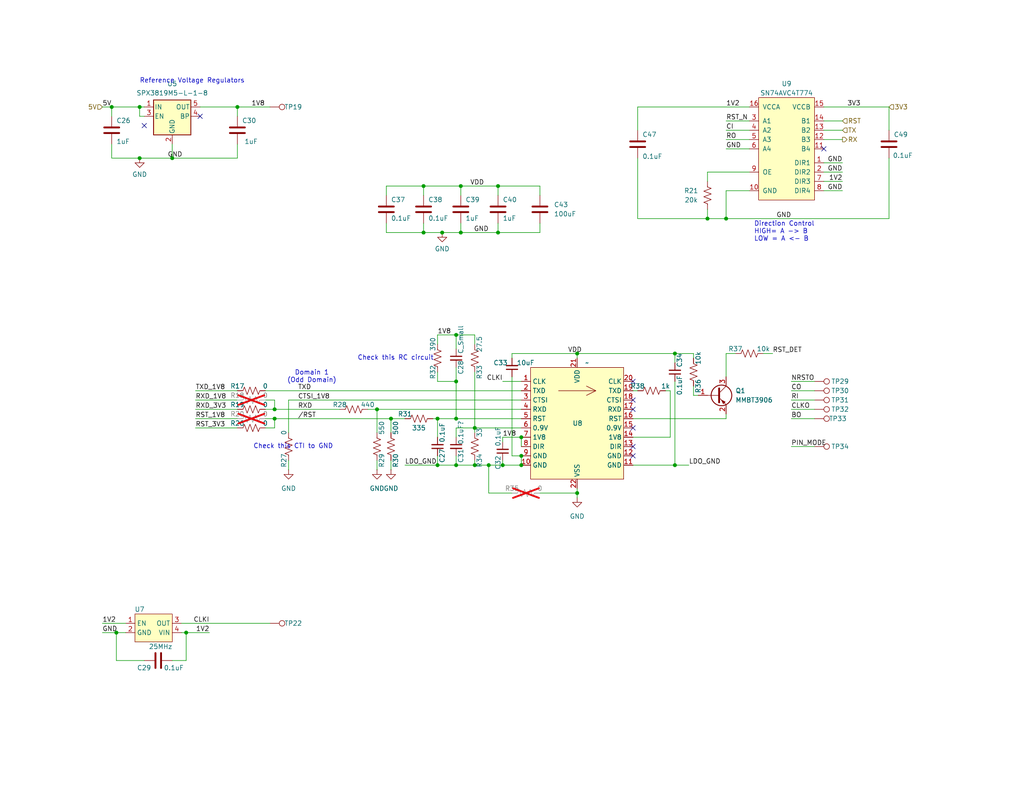
<source format=kicad_sch>
(kicad_sch (version 20250114) (generator "eeschema") (generator_version "9.0")
  (paper "A")
  (title_block (title "bitaxeGamma") (date "2024-09-26") (rev "601"))
  (lib_symbols
    (symbol "Connector:TestPoint" (pin_numbers (hide yes)) (pin_names (offset 0.762) (hide yes))
      (property "Reference" "TP" (at 0 6.858 0))
      (property "Value" "TestPoint" (at 0 5.08 0))
      (symbol "TestPoint_0_1"
        (circle (center 0 3.302) (radius 0.762))
      )
      (symbol "TestPoint_1_1"
        (pin passive line (at 0 0 90) (length 2.54) (name "1") (number "1"))
      )
    )
    (symbol "Device:C" (pin_numbers (hide yes)) (pin_names (offset 0.254))
      (property "Reference" "C" (at 0.635 2.54 0))
      (property "Value" "C" (at 0.635 -2.54 0))
      (symbol "C_0_1"
        (polyline (pts (xy -2.032 0.762) (xy 2.032 0.762)) (stroke (width 0.508)))
        (polyline (pts (xy -2.032 -0.762) (xy 2.032 -0.762)) (stroke (width 0.508)))
      )
      (symbol "C_1_1"
        (pin passive line (at 0 3.81 270) (length 2.794) (name "~") (number "1"))
        (pin passive line (at 0 -3.81 90) (length 2.794) (name "~") (number "2"))
      )
    )
    (symbol "Device:C_Small" (pin_numbers (hide yes)) (pin_names (offset 0.254) (hide yes))
      (property "Reference" "C" (at 0.254 1.778 0))
      (property "Value" "C_Small" (at 0.254 -2.032 0))
      (symbol "C_Small_0_1"
        (polyline (pts (xy -1.524 0.508) (xy 1.524 0.508)) (stroke (width 0.3048)))
        (polyline (pts (xy -1.524 -0.508) (xy 1.524 -0.508)) (stroke (width 0.3302)))
      )
      (symbol "C_Small_1_1"
        (pin passive line (at 0 2.54 270) (length 2.032) (name "~") (number "1"))
        (pin passive line (at 0 -2.54 90) (length 2.032) (name "~") (number "2"))
      )
    )
    (symbol "Device:R_US" (pin_numbers (hide yes)) (pin_names (offset 0))
      (property "Reference" "R" (at 2.54 0 90))
      (property "Value" "R_US" (at -2.54 0 90))
      (symbol "R_US_0_1"
        (polyline (pts (xy 0 2.286) (xy 0 2.54)))
        (polyline (pts (xy 0 2.286) (xy 1.016 1.905) (xy 0 1.524) (xy -1.016 1.143) (xy 0 0.762)))
        (polyline (pts (xy 0 0.762) (xy 1.016 0.381) (xy 0 0) (xy -1.016 -0.381) (xy 0 -0.762)))
        (polyline (pts (xy 0 -0.762) (xy 1.016 -1.143) (xy 0 -1.524) (xy -1.016 -1.905) (xy 0 -2.286)))
        (polyline (pts (xy 0 -2.286) (xy 0 -2.54)))
      )
      (symbol "R_US_1_1"
        (pin passive line (at 0 3.81 270) (length 1.27) (name "~") (number "1"))
        (pin passive line (at 0 -3.81 90) (length 1.27) (name "~") (number "2"))
      )
    )
    (symbol "Regulator_Linear:SPX3819M5-L-1-8" (pin_names (offset 0.254))
      (property "Reference" "U" (at -3.81 5.715 0))
      (property "Value" "SPX3819M5-L-1-8" (at 0 5.715 0))
      (symbol "SPX3819M5-L-1-8_0_1"
        (rectangle (start -5.08 4.445) (end 5.08 -5.08) (stroke (width 0.254)) (fill (type background)))
      )
      (symbol "SPX3819M5-L-1-8_1_1"
        (pin power_in line (at -7.62 2.54 0) (length 2.54) (name "IN") (number "1"))
        (pin input line (at -7.62 0 0) (length 2.54) (name "EN") (number "3"))
        (pin power_in line (at 0 -7.62 90) (length 2.54) (name "GND") (number "2"))
        (pin power_out line (at 7.62 2.54 180) (length 2.54) (name "OUT") (number "5"))
        (pin input line (at 7.62 0 180) (length 2.54) (name "BP") (number "4"))
      )
    )
    (symbol "Transistor_BJT:MMBT3906" (pin_names (offset 0) (hide yes))
      (property "Reference" "Q" (at 5.08 1.905 0))
      (property "Value" "MMBT3906" (at 5.08 0 0))
      (symbol "MMBT3906_0_1"
        (polyline (pts (xy -2.54 0) (xy 0.635 0)))
        (polyline (pts (xy 0.635 1.905) (xy 0.635 -1.905)) (stroke (width 0.508)))
        (polyline (pts (xy 0.635 0.635) (xy 2.54 2.54)))
        (polyline (pts (xy 0.635 -0.635) (xy 2.54 -2.54)))
        (circle (center 1.27 0) (radius 2.8194) (stroke (width 0.254)))
        (polyline (pts (xy 2.286 -1.778) (xy 1.778 -2.286) (xy 1.27 -1.27) (xy 2.286 -1.778)) (fill (type outline)))
      )
      (symbol "MMBT3906_1_1"
        (pin input line (at -5.08 0 0) (length 2.54) (name "B") (number "1"))
        (pin passive line (at 2.54 5.08 270) (length 2.54) (name "C") (number "3"))
        (pin passive line (at 2.54 -5.08 90) (length 2.54) (name "E") (number "2"))
      )
    )
    (symbol "bitaxe:KF1950_mode0"
      (property "Reference" "U" (at -1.016 0 0))
      (symbol "KF1950_mode0_0_1"
        (polyline (pts (xy -5.08 8.89) (xy 5.08 8.89)))
        (polyline (pts (xy 2.54 10.16) (xy 5.08 8.89)))
        (polyline (pts (xy 2.54 7.62) (xy 5.08 8.89)))
      )
      (symbol "KF1950_mode0_1_0"
        (pin input line (at -15.24 11.43 0) (length 2.54) (name "CLK") (number "1"))
        (pin output line (at -15.24 8.89 0) (length 2.54) (name "TXD") (number "2"))
        (pin input line (at -15.24 6.35 0) (length 2.54) (name "CTSI") (number "3"))
        (pin input line (at -15.24 3.81 0) (length 2.54) (name "RXD") (number "4"))
        (pin input line (at -15.24 1.27 0) (length 2.54) (name "RST") (number "5"))
        (pin bidirectional line (at -15.24 -1.27 0) (length 2.54) (name "0.9V") (number "6"))
        (pin bidirectional line (at -15.24 -3.81 0) (length 2.54) (name "1V8") (number "7"))
        (pin bidirectional line (at -15.24 -6.35 0) (length 2.54) (name "DIR") (number "8"))
        (pin bidirectional line (at -15.24 -8.89 0) (length 2.54) (name "GND") (number "9"))
        (pin bidirectional line (at -15.24 -11.43 0) (length 2.54) (name "GND") (number "10"))
        (pin bidirectional line (at 0 17.78 270) (length 2.54) (name "VDD") (number "21"))
        (pin bidirectional line (at 0 -17.78 90) (length 2.54) (name "VSS") (number "22"))
        (pin output line (at 15.24 11.43 180) (length 2.54) (name "CLK") (number "20"))
        (pin input line (at 15.24 8.89 180) (length 2.54) (name "TXD") (number "19"))
        (pin output line (at 15.24 6.35 180) (length 2.54) (name "CTSI") (number "18"))
        (pin output line (at 15.24 3.81 180) (length 2.54) (name "RXD") (number "17"))
        (pin output line (at 15.24 1.27 180) (length 2.54) (name "RST") (number "16"))
        (pin bidirectional line (at 15.24 -1.27 180) (length 2.54) (name "0.9V") (number "15"))
        (pin bidirectional line (at 15.24 -3.81 180) (length 2.54) (name "1V8") (number "14"))
        (pin bidirectional line (at 15.24 -6.35 180) (length 2.54) (name "DIR") (number "13"))
        (pin bidirectional line (at 15.24 -8.89 180) (length 2.54) (name "GND") (number "12"))
        (pin bidirectional line (at 15.24 -11.43 180) (length 2.54) (name "GND") (number "11"))
      )
      (symbol "KF1950_mode0_1_1"
        (rectangle (start -12.7 15.24) (end 12.7 -15.24) (stroke (width 0.1524)) (fill (type background)))
      )
    )
    (symbol "bitaxe:SN74AVC4T774" (pin_names (offset 1.016))
      (property "Reference" "U" (at -6.35 12.7 0))
      (property "Value" "SN74AVC4T774" (at -7.62 -19.05 0))
      (symbol "SN74AVC4T774_0_0"
        (rectangle (start -7.62 11.43) (end 7.62 -16.51) (stroke (width 0.1524)) (fill (type background)))
      )
      (symbol "SN74AVC4T774_1_0"
        (pin power_in line (at -10.16 8.89 0) (length 2.54) (name "VCCA") (number "16"))
        (pin bidirectional line (at -10.16 5.08 0) (length 2.54) (name "A1") (number "3"))
        (pin bidirectional line (at -10.16 2.54 0) (length 2.54) (name "A2") (number "4"))
        (pin bidirectional line (at -10.16 0 0) (length 2.54) (name "A3") (number "5"))
        (pin bidirectional line (at -10.16 -2.54 0) (length 2.54) (name "A4") (number "6"))
        (pin input line (at -10.16 -8.89 0) (length 2.54) (name "OE") (number "9"))
        (pin power_in line (at -10.16 -13.97 0) (length 2.54) (name "GND") (number "10"))
        (pin power_in line (at 10.16 8.89 180) (length 2.54) (name "VCCB") (number "15"))
        (pin bidirectional line (at 10.16 5.08 180) (length 2.54) (name "B1") (number "14"))
        (pin bidirectional line (at 10.16 2.54 180) (length 2.54) (name "B2") (number "13"))
        (pin bidirectional line (at 10.16 0 180) (length 2.54) (name "B3") (number "12"))
        (pin bidirectional line (at 10.16 -2.54 180) (length 2.54) (name "B4") (number "11"))
        (pin input line (at 10.16 -6.35 180) (length 2.54) (name "DIR1") (number "1"))
        (pin input line (at 10.16 -8.89 180) (length 2.54) (name "DIR2") (number "2"))
        (pin input line (at 10.16 -11.43 180) (length 2.54) (name "DIR3") (number "7"))
        (pin input line (at 10.16 -13.97 180) (length 2.54) (name "DIR4") (number "8"))
      )
    )
    (symbol "bitaxe:oscillator"
      (property "Reference" "U" (at -3.81 5.08 0))
      (property "Value" "oscillator" (at 0 -5.08 0))
      (symbol "oscillator_0_1"
        (rectangle (start -5.08 3.81) (end 5.08 -3.81) (stroke (width 0.1524)) (fill (type background)))
      )
      (symbol "oscillator_1_0"
        (pin bidirectional line (at -7.62 1.27 0) (length 2.54) (name "EN") (number "1"))
        (pin bidirectional line (at -7.62 -1.27 0) (length 2.54) (name "GND") (number "2"))
        (pin bidirectional line (at 7.62 1.27 180) (length 2.54) (name "OUT") (number "3"))
        (pin bidirectional line (at 7.62 -1.27 180) (length 2.54) (name "VIN") (number "4"))
      )
    )
    (symbol "power:GND" (power) (pin_numbers (hide yes)) (pin_names (offset 0) (hide yes))
      (property "Value" "GND" (at 0 -3.81 0))
      (symbol "GND_0_1"
        (polyline (pts (xy 0 0) (xy 0 -1.27) (xy 1.27 -1.27) (xy 0 -2.54) (xy -1.27 -1.27) (xy 0 -1.27)))
      )
      (symbol "GND_1_1"
        (pin power_in line (at 0 0 270) (length 0) (name "~") (number "1"))
      )
    )
  )
  (text "Check this RC circuit" (at 107.95 97.79 0) (effects (font (size 1.27 1.27))))
  (text "Reference Voltage Regulators" (at 38.1 22.86 0) (effects (font (size 1.27 1.27)) (justify left bottom)))
  (text "Check this CTI to GND" (at 80.01 121.92 0) (effects (font (size 1.27 1.27))))
  (text "Domain 1\n(Odd Domain)\n" (at 85.09 102.87 0) (effects (font (size 1.27 1.27))))
  (text "Direction Control\nHIGH= A -> B\nLOW = A <- B" (at 205.74 66.04 0) (effects (font (size 1.27 1.27)) (justify left bottom)))
  (junction (at 115.57 63.5) (diameter 0.9144))
  (junction (at 38.1 43.18))
  (junction (at 30.48 29.21) (diameter 0.9144))
  (junction (at 125.73 50.8) (diameter 0.9144))
  (junction (at 135.89 50.8))
  (junction (at 74.93 111.76))
  (junction (at 102.87 111.76))
  (junction (at 135.89 63.5))
  (junction (at 129.54 127))
  (junction (at 120.65 63.5))
  (junction (at 124.46 91.44))
  (junction (at 137.16 127))
  (junction (at 142.24 124.46))
  (junction (at 74.93 114.3))
  (junction (at 124.46 104.14))
  (junction (at 64.77 29.21) (diameter 0.9144))
  (junction (at 50.8 172.72))
  (junction (at 133.35 127))
  (junction (at 125.73 63.5) (diameter 0.9144))
  (junction (at 198.12 59.69))
  (junction (at 119.38 114.3))
  (junction (at 157.48 96.52))
  (junction (at 142.24 127))
  (junction (at 119.38 127))
  (junction (at 38.1 29.21))
  (junction (at 193.04 59.69))
  (junction (at 124.46 114.3))
  (junction (at 129.54 116.84))
  (junction (at 184.15 127))
  (junction (at 31.75 172.72))
  (junction (at 142.24 119.38))
  (junction (at 124.46 127))
  (junction (at 115.57 50.8) (diameter 0.9144))
  (junction (at 106.68 114.3))
  (junction (at 184.15 96.52))
  (junction (at 46.99 43.18))
  (junction (at 157.48 134.62))
  (no_connect (at 172.72 104.14))
  (no_connect (at 172.72 109.22))
  (no_connect (at 172.72 116.84))
  (no_connect (at 224.79 40.64))
  (no_connect (at 172.72 124.46))
  (no_connect (at 54.61 31.75))
  (no_connect (at 39.37 34.29))
  (no_connect (at 172.72 121.92))
  (no_connect (at 172.72 111.76))
  (wire (pts (xy 46.99 43.18) (xy 38.1 43.18)))
  (wire (pts (xy 31.75 180.34) (xy 31.75 172.72)))
  (wire (pts (xy 172.72 106.68) (xy 173.99 106.68)))
  (wire (pts (xy 198.12 114.3) (xy 172.72 114.3)))
  (wire (pts (xy 74.93 111.76) (xy 92.71 111.76)))
  (wire (pts (xy 184.15 104.14) (xy 184.15 127)))
  (wire (pts (xy 105.41 60.96) (xy 105.41 63.5)))
  (wire (pts (xy 242.57 29.21) (xy 242.57 35.56)))
  (wire (pts (xy 119.38 91.44) (xy 119.38 93.98)))
  (wire (pts (xy 198.12 59.69) (xy 242.57 59.69)))
  (wire (pts (xy 78.74 109.22) (xy 142.24 109.22)))
  (wire (pts (xy 119.38 91.44) (xy 124.46 91.44)))
  (wire (pts (xy 102.87 111.76) (xy 142.24 111.76)))
  (wire (pts (xy 129.54 127) (xy 129.54 125.73)))
  (wire (pts (xy 78.74 109.22) (xy 78.74 118.11)))
  (wire (pts (xy 133.35 134.62) (xy 133.35 127)))
  (wire (pts (xy 215.9 114.3) (xy 222.25 114.3)))
  (wire (pts (xy 125.73 53.34) (xy 125.73 50.8)))
  (wire (pts (xy 115.57 63.5) (xy 105.41 63.5)))
  (wire (pts (xy 137.16 127) (xy 137.16 125.73)))
  (wire (pts (xy 137.16 119.38) (xy 137.16 120.65)))
  (wire (pts (xy 172.72 119.38) (xy 182.88 119.38)))
  (wire (pts (xy 198.12 52.07) (xy 198.12 59.69)))
  (wire (pts (xy 106.68 114.3) (xy 110.49 114.3)))
  (wire (pts (xy 100.33 111.76) (xy 102.87 111.76)))
  (wire (pts (xy 53.34 106.68) (xy 64.77 106.68)))
  (wire (pts (xy 142.24 121.92) (xy 142.24 119.38)))
  (wire (pts (xy 198.12 96.52) (xy 200.66 96.52)))
  (wire (pts (xy 64.77 39.37) (xy 64.77 43.18)))
  (wire (pts (xy 74.93 114.3) (xy 106.68 114.3)))
  (wire (pts (xy 124.46 116.84) (xy 124.46 119.38)))
  (wire (pts (xy 102.87 125.73) (xy 102.87 128.27)))
  (wire (pts (xy 46.99 180.34) (xy 50.8 180.34)))
  (wire (pts (xy 78.74 125.73) (xy 78.74 128.27)))
  (wire (pts (xy 115.57 53.34) (xy 115.57 50.8)))
  (wire (pts (xy 182.88 106.68) (xy 181.61 106.68)))
  (wire (pts (xy 119.38 104.14) (xy 119.38 101.6)))
  (wire (pts (xy 135.89 60.96) (xy 135.89 63.5)))
  (wire (pts (xy 72.39 109.22) (xy 74.93 109.22)))
  (wire (pts (xy 193.04 59.69) (xy 193.04 57.15)))
  (wire (pts (xy 53.34 109.22) (xy 64.77 109.22)))
  (wire (pts (xy 242.57 43.18) (xy 242.57 59.69)))
  (wire (pts (xy 46.99 43.18) (xy 64.77 43.18)))
  (wire (pts (xy 124.46 114.3) (xy 119.38 114.3)))
  (wire (pts (xy 50.8 172.72) (xy 57.15 172.72)))
  (wire (pts (xy 147.32 60.96) (xy 147.32 63.5)))
  (wire (pts (xy 129.54 91.44) (xy 129.54 93.98)))
  (wire (pts (xy 139.7 134.62) (xy 133.35 134.62)))
  (wire (pts (xy 129.54 116.84) (xy 129.54 118.11)))
  (wire (pts (xy 129.54 116.84) (xy 142.24 116.84)))
  (wire (pts (xy 224.79 35.56) (xy 229.87 35.56)))
  (wire (pts (xy 215.9 106.68) (xy 222.25 106.68)))
  (wire (pts (xy 157.48 96.52) (xy 157.48 97.79)))
  (wire (pts (xy 50.8 180.34) (xy 50.8 172.72)))
  (wire (pts (xy 135.89 50.8) (xy 147.32 50.8)))
  (wire (pts (xy 46.99 39.37) (xy 46.99 43.18)))
  (wire (pts (xy 30.48 39.37) (xy 30.48 43.18)))
  (wire (pts (xy 106.68 118.11) (xy 106.68 114.3)))
  (wire (pts (xy 38.1 29.21) (xy 39.37 29.21)))
  (wire (pts (xy 115.57 60.96) (xy 115.57 63.5)))
  (wire (pts (xy 129.54 127) (xy 133.35 127)))
  (wire (pts (xy 120.65 63.5) (xy 115.57 63.5)))
  (wire (pts (xy 147.32 134.62) (xy 157.48 134.62)))
  (wire (pts (xy 124.46 114.3) (xy 142.24 114.3)))
  (wire (pts (xy 72.39 114.3) (xy 74.93 114.3)))
  (wire (pts (xy 53.34 114.3) (xy 64.77 114.3)))
  (wire (pts (xy 198.12 113.03) (xy 198.12 114.3)))
  (wire (pts (xy 124.46 91.44) (xy 124.46 95.25)))
  (wire (pts (xy 102.87 111.76) (xy 102.87 118.11)))
  (wire (pts (xy 38.1 31.75) (xy 39.37 31.75)))
  (wire (pts (xy 118.11 114.3) (xy 119.38 114.3)))
  (wire (pts (xy 157.48 96.52) (xy 184.15 96.52)))
  (wire (pts (xy 137.16 119.38) (xy 142.24 119.38)))
  (wire (pts (xy 124.46 127) (xy 129.54 127)))
  (wire (pts (xy 215.9 121.92) (xy 222.25 121.92)))
  (wire (pts (xy 125.73 60.96) (xy 125.73 63.5)))
  (wire (pts (xy 224.79 38.1) (xy 229.87 38.1)))
  (wire (pts (xy 31.75 172.72) (xy 34.29 172.72)))
  (wire (pts (xy 193.04 46.99) (xy 193.04 49.53)))
  (wire (pts (xy 190.5 107.95) (xy 189.23 107.95)))
  (wire (pts (xy 224.79 46.99) (xy 229.87 46.99)))
  (wire (pts (xy 72.39 116.84) (xy 74.93 116.84)))
  (wire (pts (xy 215.9 111.76) (xy 222.25 111.76)))
  (wire (pts (xy 224.79 29.21) (xy 242.57 29.21)))
  (wire (pts (xy 124.46 100.33) (xy 124.46 104.14)))
  (wire (pts (xy 198.12 35.56) (xy 204.47 35.56)))
  (wire (pts (xy 133.35 127) (xy 137.16 127)))
  (wire (pts (xy 119.38 124.46) (xy 119.38 127)))
  (wire (pts (xy 142.24 124.46) (xy 142.24 127)))
  (wire (pts (xy 172.72 127) (xy 184.15 127)))
  (wire (pts (xy 119.38 104.14) (xy 124.46 104.14)))
  (wire (pts (xy 204.47 46.99) (xy 193.04 46.99)))
  (wire (pts (xy 119.38 114.3) (xy 119.38 119.38)))
  (wire (pts (xy 105.41 53.34) (xy 105.41 50.8)))
  (wire (pts (xy 106.68 125.73) (xy 106.68 128.27)))
  (wire (pts (xy 198.12 33.02) (xy 204.47 33.02)))
  (wire (pts (xy 30.48 29.21) (xy 38.1 29.21)))
  (wire (pts (xy 157.48 96.52) (xy 139.7 96.52)))
  (wire (pts (xy 27.94 29.21) (xy 30.48 29.21)))
  (wire (pts (xy 124.46 104.14) (xy 124.46 114.3)))
  (wire (pts (xy 224.79 44.45) (xy 229.87 44.45)))
  (wire (pts (xy 30.48 29.21) (xy 30.48 31.75)))
  (wire (pts (xy 27.94 170.18) (xy 34.29 170.18)))
  (wire (pts (xy 125.73 63.5) (xy 120.65 63.5)))
  (wire (pts (xy 129.54 101.6) (xy 129.54 116.84)))
  (wire (pts (xy 173.99 43.18) (xy 173.99 59.69)))
  (wire (pts (xy 129.54 116.84) (xy 124.46 116.84)))
  (wire (pts (xy 54.61 29.21) (xy 64.77 29.21)))
  (wire (pts (xy 173.99 29.21) (xy 204.47 29.21)))
  (wire (pts (xy 72.39 106.68) (xy 142.24 106.68)))
  (wire (pts (xy 189.23 107.95) (xy 189.23 105.41)))
  (wire (pts (xy 198.12 96.52) (xy 198.12 102.87)))
  (wire (pts (xy 224.79 33.02) (xy 229.87 33.02)))
  (wire (pts (xy 224.79 49.53) (xy 229.87 49.53)))
  (wire (pts (xy 142.24 124.46) (xy 139.7 124.46)))
  (wire (pts (xy 115.57 50.8) (xy 125.73 50.8)))
  (wire (pts (xy 173.99 59.69) (xy 193.04 59.69)))
  (wire (pts (xy 49.53 172.72) (xy 50.8 172.72)))
  (wire (pts (xy 184.15 96.52) (xy 189.23 96.52)))
  (wire (pts (xy 215.9 109.22) (xy 222.25 109.22)))
  (wire (pts (xy 198.12 38.1) (xy 204.47 38.1)))
  (wire (pts (xy 124.46 124.46) (xy 124.46 127)))
  (wire (pts (xy 27.94 172.72) (xy 31.75 172.72)))
  (wire (pts (xy 198.12 40.64) (xy 204.47 40.64)))
  (wire (pts (xy 139.7 102.87) (xy 139.7 124.46)))
  (wire (pts (xy 64.77 29.21) (xy 64.77 31.75)))
  (wire (pts (xy 38.1 43.18) (xy 30.48 43.18)))
  (wire (pts (xy 184.15 96.52) (xy 184.15 99.06)))
  (wire (pts (xy 74.93 111.76) (xy 74.93 109.22)))
  (wire (pts (xy 182.88 106.68) (xy 182.88 119.38)))
  (wire (pts (xy 139.7 96.52) (xy 139.7 97.79)))
  (wire (pts (xy 135.89 53.34) (xy 135.89 50.8)))
  (wire (pts (xy 198.12 59.69) (xy 193.04 59.69)))
  (wire (pts (xy 147.32 53.34) (xy 147.32 50.8)))
  (wire (pts (xy 64.77 29.21) (xy 73.66 29.21)))
  (wire (pts (xy 38.1 31.75) (xy 38.1 29.21)))
  (wire (pts (xy 173.99 29.21) (xy 173.99 35.56)))
  (wire (pts (xy 224.79 52.07) (xy 229.87 52.07)))
  (wire (pts (xy 119.38 127) (xy 124.46 127)))
  (wire (pts (xy 137.16 104.14) (xy 142.24 104.14)))
  (wire (pts (xy 74.93 114.3) (xy 74.93 116.84)))
  (wire (pts (xy 125.73 50.8) (xy 135.89 50.8)))
  (wire (pts (xy 157.48 134.62) (xy 157.48 135.89)))
  (wire (pts (xy 215.9 104.14) (xy 222.25 104.14)))
  (wire (pts (xy 105.41 50.8) (xy 115.57 50.8)))
  (wire (pts (xy 39.37 180.34) (xy 31.75 180.34)))
  (wire (pts (xy 204.47 52.07) (xy 198.12 52.07)))
  (wire (pts (xy 135.89 63.5) (xy 125.73 63.5)))
  (wire (pts (xy 189.23 96.52) (xy 189.23 97.79)))
  (wire (pts (xy 49.53 170.18) (xy 73.66 170.18)))
  (wire (pts (xy 208.28 96.52) (xy 210.82 96.52)))
  (wire (pts (xy 157.48 133.35) (xy 157.48 134.62)))
  (wire (pts (xy 124.46 91.44) (xy 129.54 91.44)))
  (wire (pts (xy 110.49 127) (xy 119.38 127)))
  (wire (pts (xy 184.15 127) (xy 187.96 127)))
  (wire (pts (xy 137.16 127) (xy 142.24 127)))
  (wire (pts (xy 53.34 116.84) (xy 64.77 116.84)))
  (wire (pts (xy 135.89 63.5) (xy 147.32 63.5)))
  (wire (pts (xy 72.39 111.76) (xy 74.93 111.76)))
  (wire (pts (xy 53.34 111.76) (xy 64.77 111.76)))
  (label "GND" (at 45.72 43.18 0))
  (label "GND" (at 229.87 46.99 180))
  (label "RST_1V8" (at 53.34 114.3 0))
  (label "1V8" (at 68.58 29.21 0))
  (label "RXD_3V3" (at 53.34 111.76 0))
  (label "GND" (at 27.94 172.72 0))
  (label "LDO_GND" (at 187.96 127 0))
  (label "{slash}RST" (at 81.28 114.3 0))
  (label "TXD_1V8" (at 53.34 106.68 0))
  (label "CO" (at 215.9 106.68 0))
  (label "BO" (at 215.9 114.3 0))
  (label "GND" (at 198.12 40.64 0))
  (label "RXD" (at 81.28 111.76 0))
  (label "5V" (at 27.94 29.21 0))
  (label "CI" (at 198.12 35.56 0))
  (label "GND" (at 229.87 52.07 180))
  (label "PIN_MODE" (at 215.9 121.92 0))
  (label "1V2" (at 229.87 49.53 180))
  (label "1V2" (at 27.94 170.18 0))
  (label "RO" (at 198.12 38.1 0))
  (label "RST_DET" (at 210.82 96.52 0))
  (label "NRSTO" (at 215.9 104.14 0))
  (label "1V8" (at 119.38 91.44 0))
  (label "LDO_GND" (at 110.49 127 0))
  (label "TXD" (at 81.28 106.68 0))
  (label "RST_3V3" (at 53.34 116.84 0))
  (label "RI" (at 215.9 109.22 0))
  (label "RST_N" (at 198.12 33.02 0))
  (label "1V2" (at 198.12 29.21 0))
  (label "1V8" (at 137.16 119.38 0))
  (label "CLKO" (at 215.9 111.76 0))
  (label "CLKI" (at 57.15 170.18 180))
  (label "3V3" (at 231.14 29.21 0))
  (label "GND" (at 215.9 59.69 180))
  (label "CLKI" (at 137.16 104.14 180))
  (label "VDD" (at 154.94 96.52 0))
  (label "1V2" (at 57.15 172.72 180))
  (label "GND" (at 133.35 63.5 180))
  (label "RXD_1V8" (at 53.34 109.22 0))
  (label "GND" (at 229.87 44.45 180))
  (label "CTSI_1V8" (at 81.28 109.22 0))
  (label "VDD" (at 128.27 50.8 0))
  (hierarchical_label "5V" (shape input) (at 27.94 29.21 180))
  (hierarchical_label "3V3" (shape input) (at 242.57 29.21 0))
  (hierarchical_label "TX" (shape input) (at 229.87 35.56 0))
  (hierarchical_label "RX" (shape output) (at 229.87 38.1 0))
  (hierarchical_label "RST" (shape input) (at 229.87 33.02 0))
  (symbol (lib_id "bitaxe:KF1950_mode0") (at 157.48 115.57 0) (unit 1)
    (property "Reference" "U8" (at 156.21 115.57 0) (effects (justify left)))
    (property "Value" "~" (at 159.6233 99.06 0) (effects (justify left)))
    (property "Footprint" "bitaxe:KF1950" (effects (hide yes)))
  )
  (symbol (lib_id "Device:C") (at 64.77 35.56 0) (unit 1)
    (property "Reference" "C30" (at 66.04 33.655 0) (effects (justify left bottom)))
    (property "Value" "1uF" (at 66.675 39.37 0) (effects (justify left bottom)))
    (property "Footprint" "Capacitor_SMD:C_0402_1005Metric" (effects (hide yes)))
    (property "Description" "Unpolarized capacitor" (effects (hide yes)))
    (property "DK" "587-5514-1-ND" (effects (hide yes)))
    (property "PARTNO" "EMK105BJ105MV-F" (effects (hide yes)))
  )
  (symbol (lib_id "Device:C") (at 30.48 35.56 0) (unit 1)
    (property "Reference" "C26" (at 31.75 33.655 0) (effects (justify left bottom)))
    (property "Value" "1uF" (at 31.75 39.37 0) (effects (justify left bottom)))
    (property "Footprint" "Capacitor_SMD:C_0402_1005Metric" (effects (hide yes)))
    (property "Description" "Unpolarized capacitor" (effects (hide yes)))
    (property "DK" "587-5514-1-ND" (effects (hide yes)))
    (property "PARTNO" "EMK105BJ105MV-F" (effects (hide yes)))
  )
  (symbol (lib_id "Device:C") (at 125.73 57.15 0) (unit 1)
    (property "Reference" "C39" (at 127 55.245 0) (effects (justify left bottom)))
    (property "Value" "1uF" (at 127 60.325 0) (effects (justify left bottom)))
    (property "Footprint" "Capacitor_SMD:C_0402_1005Metric" (effects (hide yes)))
    (property "Description" "Unpolarized capacitor" (effects (hide yes)))
    (property "DK" "587-5514-1-ND" (effects (hide yes)))
    (property "PARTNO" "EMK105BJ105MV-F" (effects (hide yes)))
  )
  (symbol (lib_id "Connector:TestPoint") (at 222.25 114.3 270) (unit 1) (in_bom no)
    (property "Reference" "TP33" (at 228.6 114.3 90))
    (property "Value" "TestPoint" (effects (hide yes)))
    (property "Footprint" "TestPoint:TestPoint_Pad_D1.5mm" (effects (hide yes)))
    (property "Description" "test point" (effects (hide yes)))
  )
  (symbol (lib_id "Device:C") (at 115.57 57.15 0) (unit 1)
    (property "Reference" "C38" (at 116.84 55.245 0) (effects (justify left bottom)))
    (property "Value" "0.1uF" (at 116.84 60.325 0) (effects (justify left bottom)))
    (property "Footprint" "Capacitor_SMD:C_0402_1005Metric" (effects (hide yes)))
    (property "Description" "Unpolarized capacitor" (effects (hide yes)))
    (property "DK" "1276-1234-1-ND" (effects (hide yes)))
    (property "PARTNO" "CL05A104KO5NNNC" (effects (hide yes)))
  )
  (symbol (lib_id "Connector:TestPoint") (at 222.25 109.22 270) (unit 1) (in_bom no)
    (property "Reference" "TP31" (at 229.235 109.22 90))
    (property "Value" "TestPoint" (effects (hide yes)))
    (property "Footprint" "TestPoint:TestPoint_Pad_D1.5mm" (effects (hide yes)))
    (property "Description" "test point" (effects (hide yes)))
  )
  (symbol (lib_id "Device:R_US") (at 102.87 121.92 180) (unit 1)
    (property "Reference" "R29" (at 104.14 125.73 90))
    (property "Value" "550" (at 104.14 116.84 90))
    (property "Footprint" "Resistor_SMD:R_0402_1005Metric" (effects (hide yes)))
    (property "Description" "Resistor, US symbol" (effects (hide yes)))
  )
  (symbol (lib_id "Device:R_US") (at 68.58 116.84 90) (unit 1)
    (property "Reference" "R26" (at 64.77 115.57 90))
    (property "Value" "0" (at 72.39 115.57 90))
    (property "Footprint" "Resistor_SMD:R_0402_1005Metric" (effects (hide yes)))
    (property "Description" "Resistor, US symbol" (effects (hide yes)))
  )
  (symbol (lib_id "Connector:TestPoint") (at 222.25 111.76 270) (unit 1) (in_bom no)
    (property "Reference" "TP32" (at 229.235 111.76 90))
    (property "Value" "TestPoint" (effects (hide yes)))
    (property "Footprint" "TestPoint:TestPoint_Pad_D1.5mm" (effects (hide yes)))
    (property "Description" "test point" (effects (hide yes)))
  )
  (symbol (lib_id "Device:R_US") (at 68.58 106.68 90) (unit 1)
    (property "Reference" "R17" (at 64.77 105.41 90))
    (property "Value" "0" (at 72.39 105.41 90))
    (property "Footprint" "Resistor_SMD:R_0402_1005Metric" (effects (hide yes)))
    (property "Description" "Resistor, US symbol" (effects (hide yes)))
  )
  (symbol (lib_id "Device:C") (at 43.18 180.34 90) (unit 1)
    (property "Reference" "C29" (at 41.275 181.61 90) (effects (justify left bottom)))
    (property "Value" "0.1uF" (at 50.165 181.61 90) (effects (justify left bottom)))
    (property "Footprint" "Capacitor_SMD:C_0402_1005Metric" (effects (hide yes)))
    (property "Description" "Unpolarized capacitor" (effects (hide yes)))
    (property "DK" "1276-1234-1-ND" (effects (hide yes)))
    (property "PARTNO" "CL05A104KO5NNNC" (effects (hide yes)))
  )
  (symbol (lib_id "Device:R_US") (at 204.47 96.52 90) (unit 1)
    (property "Reference" "R37" (at 200.66 95.25 90))
    (property "Value" "10k" (at 208.28 95.25 90))
    (property "Footprint" "Resistor_SMD:R_0402_1005Metric" (effects (hide yes)))
    (property "Description" "Resistor, US symbol" (effects (hide yes)))
  )
  (symbol (lib_id "Device:C") (at 105.41 57.15 0) (unit 1)
    (property "Reference" "C37" (at 106.68 55.245 0) (effects (justify left bottom)))
    (property "Value" "0.1uF" (at 106.68 60.325 0) (effects (justify left bottom)))
    (property "Footprint" "Capacitor_SMD:C_0402_1005Metric" (effects (hide yes)))
    (property "Description" "Unpolarized capacitor" (effects (hide yes)))
    (property "DK" "1276-1234-1-ND" (effects (hide yes)))
    (property "PARTNO" "CL05A104KO5NNNC" (effects (hide yes)))
  )
  (symbol (lib_id "Device:R_US") (at 106.68 121.92 180) (unit 1)
    (property "Reference" "R30" (at 107.95 125.73 90))
    (property "Value" "500" (at 107.95 116.84 90))
    (property "Footprint" "Resistor_SMD:R_0402_1005Metric" (effects (hide yes)))
    (property "Description" "Resistor, US symbol" (effects (hide yes)))
  )
  (symbol (lib_id "Device:R_US") (at 193.04 53.34 180) (unit 1)
    (property "Reference" "R21" (at 188.595 52.07 0))
    (property "Value" "20k" (at 188.595 54.61 0))
    (property "Footprint" "Resistor_SMD:R_0402_1005Metric" (effects (hide yes)))
    (property "Description" "Resistor, US symbol" (effects (hide yes)))
    (property "DK" "311-20.0KLRCT-ND" (effects (hide yes)))
    (property "PARTNO" "RC0402FR-0720KL" (effects (hide yes)))
  )
  (symbol (lib_id "power:GND") (at 106.68 128.27 0) (unit 1)
    (property "Reference" "#PWR014" (effects (hide yes)))
    (property "Value" "GND" (at 106.68 133.35 0))
    (property "Description" "Power symbol creates a global label with name \"GND\" , ground" (effects (hide yes)))
  )
  (symbol (lib_id "Device:C_Small") (at 119.38 121.92 180) (unit 1)
    (property "Reference" "C27" (at 120.65 124.46 90))
    (property "Value" "0.1uF" (at 120.65 118.11 90))
    (property "Footprint" "Capacitor_SMD:C_0402_1005Metric" (effects (hide yes)))
    (property "Description" "Unpolarized capacitor, small symbol" (effects (hide yes)))
  )
  (symbol (lib_id "Device:R_US") (at 143.51 134.62 90) (unit 1) (dnp yes)
    (property "Reference" "R35" (at 139.7 133.35 90))
    (property "Value" "0" (at 147.32 133.35 90))
    (property "Footprint" "Resistor_SMD:R_0402_1005Metric" (effects (hide yes)))
    (property "Description" "Resistor, US symbol" (effects (hide yes)))
  )
  (symbol (lib_id "Device:C_Small") (at 139.7 100.33 180) (unit 1)
    (property "Reference" "C33" (at 134.62 99.06 0) (effects (justify right)))
    (property "Value" "10uF" (at 140.97 99.06 0) (effects (justify right)))
    (property "Footprint" "Capacitor_SMD:C_0805_2012Metric" (effects (hide yes)))
    (property "Description" "Unpolarized capacitor, small symbol" (effects (hide yes)))
  )
  (symbol (lib_id "Device:C") (at 242.57 39.37 0) (unit 1)
    (property "Reference" "C49" (at 243.84 37.465 0) (effects (justify left bottom)))
    (property "Value" "0.1uF" (at 243.586 43.18 0) (effects (justify left bottom)))
    (property "Footprint" "Capacitor_SMD:C_0402_1005Metric" (effects (hide yes)))
    (property "Description" "Unpolarized capacitor" (effects (hide yes)))
    (property "DK" "1276-1234-1-ND" (effects (hide yes)))
    (property "PARTNO" "CL05A104KO5NNNC" (effects (hide yes)))
  )
  (symbol (lib_id "bitaxe:SN74AVC4T774") (at 214.63 38.1 0) (unit 1)
    (property "Reference" "U9" (at 214.63 22.86 0))
    (property "Value" "SN74AVC4T774" (at 214.63 25.4 0))
    (property "Footprint" "Package_SO:TSSOP-16_4.4x5mm_P0.65mm" (effects (hide yes)))
    (property "Datasheet" "https://www.ti.com/lit/ds/symlink/sn74avc4t774.pdf" (effects (hide yes)))
    (property "DK" "296-24739-1-ND" (effects (hide yes)))
    (property "PARTNO" "SN74AVC4T774PWR" (effects (hide yes)))
  )
  (symbol (lib_id "Device:C") (at 147.32 57.15 0) (unit 1)
    (property "Reference" "C43" (at 151.13 55.8799 0) (effects (justify left)))
    (property "Value" "100uF" (at 151.13 58.4199 0) (effects (justify left)))
    (property "Footprint" "Capacitor_SMD:C_1206_3216Metric" (effects (hide yes)))
    (property "Description" "Unpolarized capacitor" (effects (hide yes)))
    (property "DK" "1276-1782-1-ND" (effects (hide yes)))
    (property "PARTNO" "CL31A107MQHNNNE" (effects (hide yes)))
  )
  (symbol (lib_id "Device:R_US") (at 129.54 121.92 180) (unit 1)
    (property "Reference" "R34" (at 130.81 125.73 90))
    (property "Value" "33" (at 130.81 118.11 90))
    (property "Footprint" "Resistor_SMD:R_0402_1005Metric" (effects (hide yes)))
    (property "Description" "Resistor, US symbol" (effects (hide yes)))
  )
  (symbol (lib_id "Device:C_Small") (at 124.46 121.92 0) (unit 1)
    (property "Reference" "C31" (at 125.73 124.46 90))
    (property "Value" "0.1uF?" (at 125.73 118.11 90))
    (property "Footprint" "Capacitor_SMD:C_0402_1005Metric" (effects (hide yes)))
    (property "Description" "Unpolarized capacitor, small symbol" (effects (hide yes)))
  )
  (symbol (lib_id "power:GND") (at 120.65 63.5 0) (mirror y) (unit 1)
    (property "Reference" "#PWR03" (effects (hide yes)))
    (property "Value" "GND" (at 120.65 67.945 0))
    (property "Description" "Power symbol creates a global label with name \"GND\" , ground" (effects (hide yes)))
  )
  (symbol (lib_id "power:GND") (at 38.1 43.18 0) (mirror y) (unit 1)
    (property "Reference" "#PWR01" (effects (hide yes)))
    (property "Value" "GND" (at 38.1 47.625 0))
    (property "Description" "Power symbol creates a global label with name \"GND\" , ground" (effects (hide yes)))
  )
  (symbol (lib_id "Connector:TestPoint") (at 73.66 170.18 270) (unit 1) (in_bom no)
    (property "Reference" "TP22" (at 80.01 170.18 90))
    (property "Value" "TestPoint" (effects (hide yes)))
    (property "Footprint" "TestPoint:TestPoint_Pad_D1.5mm" (effects (hide yes)))
    (property "Description" "test point" (effects (hide yes)))
  )
  (symbol (lib_id "Device:R_US") (at 78.74 121.92 180) (unit 1)
    (property "Reference" "R27" (at 77.47 125.73 90))
    (property "Value" "0" (at 77.47 118.11 90))
    (property "Footprint" "Resistor_SMD:R_0402_1005Metric" (effects (hide yes)))
    (property "Description" "Resistor, US symbol" (effects (hide yes)))
  )
  (symbol (lib_id "Connector:TestPoint") (at 222.25 121.92 270) (unit 1) (in_bom no)
    (property "Reference" "TP34" (at 229.235 121.92 90))
    (property "Value" "TestPoint" (effects (hide yes)))
    (property "Footprint" "TestPoint:TestPoint_Pad_D1.5mm" (effects (hide yes)))
    (property "Description" "test point" (effects (hide yes)))
  )
  (symbol (lib_id "power:GND") (at 102.87 128.27 0) (unit 1)
    (property "Reference" "#PWR0101" (effects (hide yes)))
    (property "Value" "GND" (at 102.87 133.35 0))
    (property "Description" "Power symbol creates a global label with name \"GND\" , ground" (effects (hide yes)))
  )
  (symbol (lib_id "Device:C_Small") (at 184.15 101.6 180) (unit 1)
    (property "Reference" "C34" (at 185.42 100.33 90) (effects (justify right)))
    (property "Value" "0.1uF" (at 185.42 107.95 90) (effects (justify right)))
    (property "Footprint" "Capacitor_SMD:C_0402_1005Metric" (effects (hide yes)))
    (property "Description" "Unpolarized capacitor, small symbol" (effects (hide yes)))
  )
  (symbol (lib_id "Device:C_Small") (at 124.46 97.79 0) (unit 1)
    (property "Reference" "C28" (at 125.73 100.33 90))
    (property "Value" "C_Small" (at 125.73 92.71 90))
    (property "Footprint" "Capacitor_SMD:C_0402_1005Metric" (effects (hide yes)))
    (property "Description" "Unpolarized capacitor, small symbol" (effects (hide yes)))
  )
  (symbol (lib_id "Device:R_US") (at 68.58 114.3 90) (unit 1) (dnp yes)
    (property "Reference" "R20" (at 64.77 113.03 90))
    (property "Value" "0" (at 72.39 113.03 90))
    (property "Footprint" "Resistor_SMD:R_0402_1005Metric" (effects (hide yes)))
    (property "Description" "Resistor, US symbol" (effects (hide yes)))
  )
  (symbol (lib_id "Connector:TestPoint") (at 73.66 29.21 270) (mirror x) (unit 1) (in_bom no)
    (property "Reference" "TP19" (at 80.01 29.21 90))
    (property "Value" "TestPoint" (effects (hide yes)))
    (property "Footprint" "TestPoint:TestPoint_Pad_D1.5mm" (effects (hide yes)))
    (property "Description" "test point" (effects (hide yes)))
  )
  (symbol (lib_id "Device:C_Small") (at 137.16 123.19 180) (unit 1)
    (property "Reference" "C32" (at 135.89 128.27 90) (effects (justify right)))
    (property "Value" "0.1uF" (at 135.89 121.92 90) (effects (justify right)))
    (property "Footprint" "Capacitor_SMD:C_0402_1005Metric" (effects (hide yes)))
    (property "Description" "Unpolarized capacitor, small symbol" (effects (hide yes)))
  )
  (symbol (lib_id "bitaxe:oscillator") (at 41.91 171.45 0) (unit 1)
    (property "Reference" "U7" (at 38.1 166.37 0))
    (property "Value" "25MHz" (at 43.815 176.53 0))
    (property "Footprint" "bitaxe:SMD3225-4P" (effects (hide yes)))
    (property "PARTNO" "SX3M25.000E20F30THN" (effects (hide yes)))
    (property "LCSC" "C5137262" (effects (hide yes)))
  )
  (symbol (lib_id "Device:R_US") (at 114.3 114.3 90) (unit 1)
    (property "Reference" "R31" (at 110.49 113.03 90))
    (property "Value" "335" (at 114.3 116.84 90))
    (property "Footprint" "Resistor_SMD:R_0402_1005Metric" (effects (hide yes)))
    (property "Description" "Resistor, US symbol" (effects (hide yes)))
  )
  (symbol (lib_id "Device:R_US") (at 96.52 111.76 90) (unit 1)
    (property "Reference" "R28" (at 92.71 110.49 90))
    (property "Value" "440" (at 100.33 110.49 90))
    (property "Footprint" "Resistor_SMD:R_0402_1005Metric" (effects (hide yes)))
    (property "Description" "Resistor, US symbol" (effects (hide yes)))
  )
  (symbol (lib_id "Device:R_US") (at 68.58 111.76 90) (unit 1)
    (property "Reference" "R19" (at 64.77 110.49 90))
    (property "Value" "0" (at 72.39 110.49 90))
    (property "Footprint" "Resistor_SMD:R_0402_1005Metric" (effects (hide yes)))
    (property "Description" "Resistor, US symbol" (effects (hide yes)))
  )
  (symbol (lib_id "Device:R_US") (at 129.54 97.79 180) (unit 1)
    (property "Reference" "R33" (at 130.81 101.6 90))
    (property "Value" "27.5" (at 130.81 93.98 90))
    (property "Footprint" "Resistor_SMD:R_0402_1005Metric" (effects (hide yes)))
    (property "Description" "Resistor, US symbol" (effects (hide yes)))
  )
  (symbol (lib_id "power:GND") (at 78.74 128.27 0) (unit 1)
    (property "Reference" "#PWR02" (effects (hide yes)))
    (property "Value" "GND" (at 78.74 133.35 0))
    (property "Description" "Power symbol creates a global label with name \"GND\" , ground" (effects (hide yes)))
  )
  (symbol (lib_id "Transistor_BJT:MMBT3906") (at 195.58 107.95 0) (unit 1)
    (property "Reference" "Q1" (at 200.66 106.6799 0) (effects (justify left)))
    (property "Value" "MMBT3906" (at 200.66 109.2199 0) (effects (justify left)))
    (property "Footprint" "Package_TO_SOT_SMD:SOT-23" (effects (hide yes)))
    (property "Datasheet" "https://www.onsemi.com/pdf/datasheet/pzt3906-d.pdf" (effects (hide yes)))
    (property "Description" "-0.2A Ic, -40V Vce, Small Signal PNP Transistor, SOT-23" (effects (hide yes)))
  )
  (symbol (lib_id "Device:C") (at 173.99 39.37 0) (unit 1)
    (property "Reference" "C47" (at 175.26 37.465 0) (effects (justify left bottom)))
    (property "Value" "0.1uF" (at 175.26 43.434 0) (effects (justify left bottom)))
    (property "Footprint" "Capacitor_SMD:C_0402_1005Metric" (effects (hide yes)))
    (property "Description" "Unpolarized capacitor" (effects (hide yes)))
    (property "DK" "1276-1234-1-ND" (effects (hide yes)))
    (property "PARTNO" "CL05A104KO5NNNC" (effects (hide yes)))
  )
  (symbol (lib_id "Device:R_US") (at 177.8 106.68 270) (unit 1)
    (property "Reference" "R38" (at 173.99 105.41 90))
    (property "Value" "1k" (at 181.61 105.41 90))
    (property "Footprint" "Resistor_SMD:R_0402_1005Metric" (effects (hide yes)))
    (property "Description" "Resistor, US symbol" (effects (hide yes)))
  )
  (symbol (lib_id "Connector:TestPoint") (at 222.25 106.68 270) (unit 1) (in_bom no)
    (property "Reference" "TP30" (at 229.235 106.68 90))
    (property "Value" "TestPoint" (effects (hide yes)))
    (property "Footprint" "TestPoint:TestPoint_Pad_D1.5mm" (effects (hide yes)))
    (property "Description" "test point" (effects (hide yes)))
  )
  (symbol (lib_id "power:GND") (at 157.48 135.89 0) (unit 1)
    (property "Reference" "#PWR015" (effects (hide yes)))
    (property "Value" "GND" (at 157.48 140.97 0))
    (property "Description" "Power symbol creates a global label with name \"GND\" , ground" (effects (hide yes)))
  )
  (symbol (lib_id "Device:R_US") (at 189.23 101.6 0) (unit 1)
    (property "Reference" "R36" (at 190.5 105.41 90))
    (property "Value" "10k" (at 190.5 97.79 90))
    (property "Footprint" "Resistor_SMD:R_0402_1005Metric" (effects (hide yes)))
    (property "Description" "Resistor, US symbol" (effects (hide yes)))
  )
  (symbol (lib_id "Device:R_US") (at 68.58 109.22 90) (unit 1) (dnp yes)
    (property "Reference" "R18" (at 64.77 107.95 90))
    (property "Value" "0" (at 72.39 107.95 90))
    (property "Footprint" "Resistor_SMD:R_0402_1005Metric" (effects (hide yes)))
    (property "Description" "Resistor, US symbol" (effects (hide yes)))
  )
  (symbol (lib_id "Device:C") (at 135.89 57.15 0) (unit 1)
    (property "Reference" "C40" (at 137.16 55.245 0) (effects (justify left bottom)))
    (property "Value" "1uF" (at 137.16 60.325 0) (effects (justify left bottom)))
    (property "Footprint" "Capacitor_SMD:C_0402_1005Metric" (effects (hide yes)))
    (property "Description" "Unpolarized capacitor" (effects (hide yes)))
    (property "DK" "587-5514-1-ND" (effects (hide yes)))
    (property "PARTNO" "EMK105BJ105MV-F" (effects (hide yes)))
  )
  (symbol (lib_id "Connector:TestPoint") (at 222.25 104.14 270) (unit 1) (in_bom no)
    (property "Reference" "TP29" (at 229.235 104.14 90))
    (property "Value" "TestPoint" (effects (hide yes)))
    (property "Footprint" "TestPoint:TestPoint_Pad_D1.5mm" (effects (hide yes)))
    (property "Description" "test point" (effects (hide yes)))
  )
  (symbol (lib_id "Device:R_US") (at 119.38 97.79 180) (unit 1)
    (property "Reference" "R32" (at 118.11 101.6 90))
    (property "Value" "390" (at 118.11 93.98 90))
    (property "Footprint" "Resistor_SMD:R_0402_1005Metric" (effects (hide yes)))
    (property "Description" "Resistor, US symbol" (effects (hide yes)))
  )
  (symbol (lib_id "Regulator_Linear:SPX3819M5-L-1-8") (at 46.99 31.75 0) (unit 1)
    (property "Reference" "U5" (at 46.99 22.86 0))
    (property "Value" "SPX3819M5-L-1-8" (at 46.99 25.4 0))
    (property "Footprint" "Package_TO_SOT_SMD:SOT-23-5" (effects (hide yes)))
    (property "Datasheet" "https://www.exar.com/content/document.ashx?id=22106&languageid=1033&type=Datasheet&partnumber=SPX3819&filename=SPX3819.pdf&part=SPX3819" (effects (hide yes)))
    (property "Description" "500mA Low drop-out regulator, Fixed Output 1.8V, SOT-23-5" (effects (hide yes)))
  )
)
</source>
